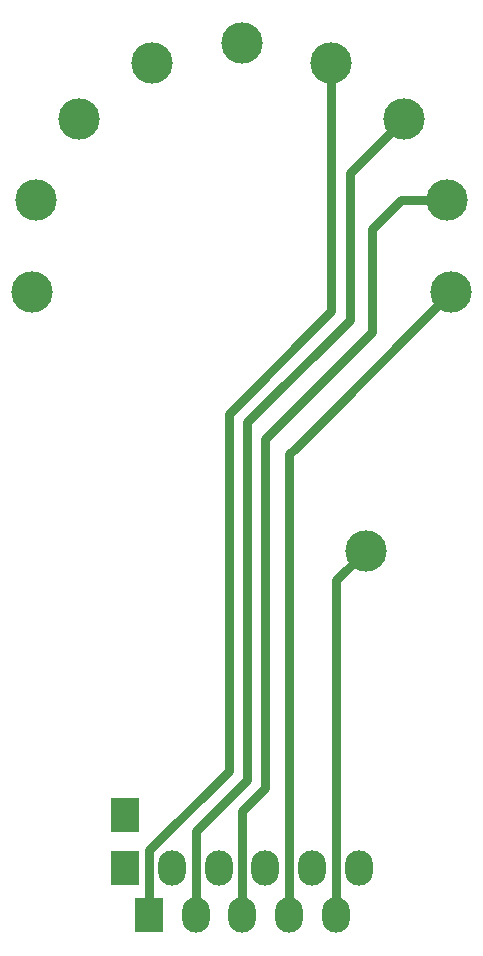
<source format=gbr>
G04 #@! TF.GenerationSoftware,KiCad,Pcbnew,(5.1.4)-1*
G04 #@! TF.CreationDate,2022-10-24T09:46:24-04:00*
G04 #@! TF.ProjectId,CR23 adapter,43523233-2061-4646-9170-7465722e6b69,rev?*
G04 #@! TF.SameCoordinates,Original*
G04 #@! TF.FileFunction,Copper,L2,Bot*
G04 #@! TF.FilePolarity,Positive*
%FSLAX46Y46*%
G04 Gerber Fmt 4.6, Leading zero omitted, Abs format (unit mm)*
G04 Created by KiCad (PCBNEW (5.1.4)-1) date 2022-10-24 09:46:24*
%MOMM*%
%LPD*%
G04 APERTURE LIST*
%ADD10C,3.500000*%
%ADD11R,2.350000X3.000000*%
%ADD12O,2.350000X3.000000*%
%ADD13C,0.750000*%
G04 APERTURE END LIST*
D10*
X81350000Y-69595667D03*
X81689875Y-61811257D03*
X85287740Y-54899823D03*
X91469411Y-50156460D03*
X99076540Y-48470000D03*
X106683669Y-50156460D03*
X112865340Y-54899823D03*
X116463205Y-61811257D03*
X116803080Y-69595667D03*
X109576540Y-91470000D03*
D11*
X89220000Y-113870000D03*
X91230000Y-122360000D03*
D12*
X95190000Y-122360000D03*
X99150000Y-122360000D03*
X103110000Y-122360000D03*
X107070000Y-122360000D03*
D11*
X89220000Y-118360000D03*
D12*
X93180000Y-118360000D03*
X97140000Y-118360000D03*
X101100000Y-118360000D03*
X105060000Y-118360000D03*
X109020000Y-118360000D03*
D13*
X107070000Y-93976540D02*
X109576540Y-91470000D01*
X107070000Y-122360000D02*
X107070000Y-93976540D01*
X103658747Y-82740000D02*
X116803080Y-69595667D01*
X103110000Y-83288747D02*
X103658747Y-82740000D01*
X103110000Y-122360000D02*
X103110000Y-93838747D01*
X103110000Y-93838747D02*
X103110000Y-83288747D01*
X112578743Y-61811257D02*
X116463205Y-61811257D01*
X99150000Y-113520000D02*
X101080000Y-111590000D01*
X99150000Y-122360000D02*
X99150000Y-113520000D01*
X101080000Y-82000000D02*
X110160000Y-72920000D01*
X110160000Y-72920000D02*
X110160000Y-64230000D01*
X110160000Y-64230000D02*
X112578743Y-61811257D01*
X101080000Y-111590000D02*
X101080000Y-100145000D01*
X101080000Y-101040000D02*
X101080000Y-100145000D01*
X101080000Y-100145000D02*
X101080000Y-82000000D01*
X95190000Y-122360000D02*
X95190000Y-115220000D01*
X95190000Y-115220000D02*
X99560000Y-110850000D01*
X99560000Y-100300000D02*
X99560000Y-80610000D01*
X99560000Y-80610000D02*
X108250000Y-71920000D01*
X108250000Y-59515163D02*
X112865340Y-54899823D01*
X108250000Y-71920000D02*
X108250000Y-59515163D01*
X99560000Y-110850000D02*
X99560000Y-100300000D01*
X106683669Y-71216331D02*
X106683669Y-50156460D01*
X97980000Y-79920000D02*
X106683669Y-71216331D01*
X97980000Y-99550000D02*
X97980000Y-79920000D01*
X91230000Y-116850000D02*
X97980000Y-110100000D01*
X91230000Y-122360000D02*
X91230000Y-116850000D01*
X97980000Y-110100000D02*
X97980000Y-99550000D01*
M02*

</source>
